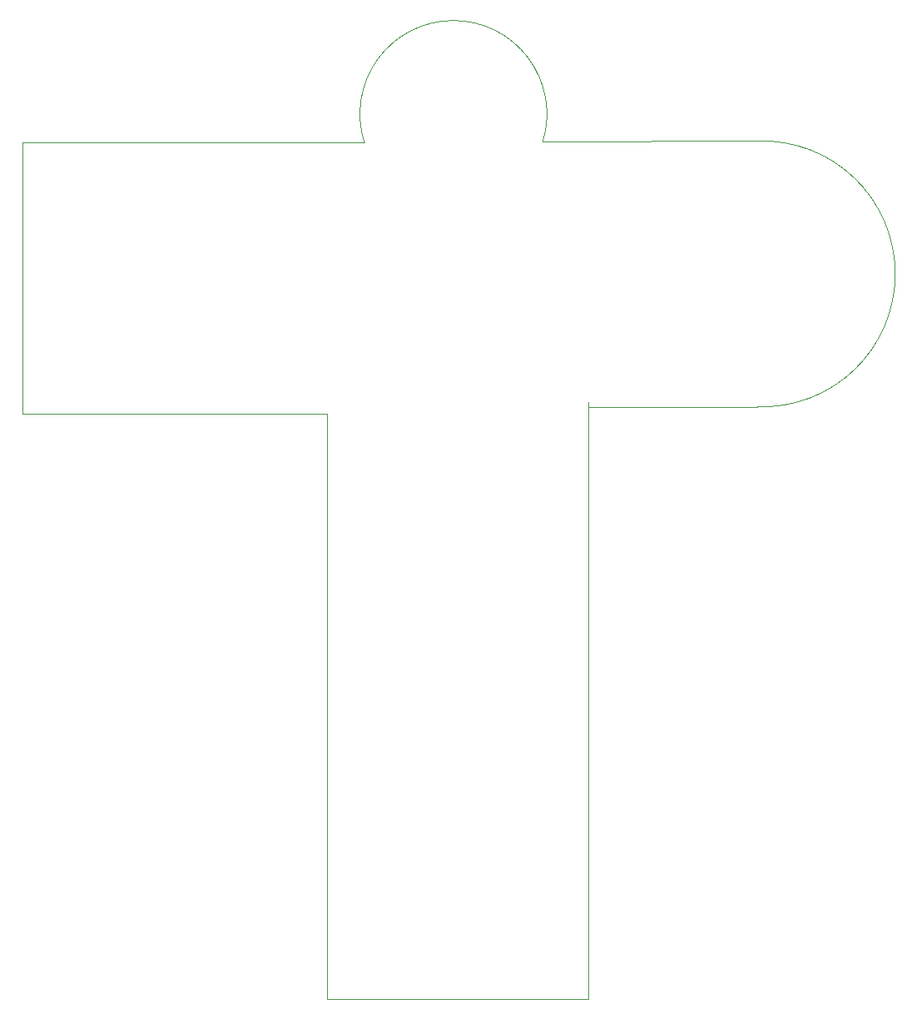
<source format=gbr>
%TF.GenerationSoftware,KiCad,Pcbnew,9.0.1*%
%TF.CreationDate,2025-04-25T03:06:48-06:00*%
%TF.ProjectId,Now were talkin,4e6f7720-7765-4726-9520-74616c6b696e,rev?*%
%TF.SameCoordinates,Original*%
%TF.FileFunction,Profile,NP*%
%FSLAX46Y46*%
G04 Gerber Fmt 4.6, Leading zero omitted, Abs format (unit mm)*
G04 Created by KiCad (PCBNEW 9.0.1) date 2025-04-25 03:06:48*
%MOMM*%
%LPD*%
G01*
G04 APERTURE LIST*
%TA.AperFunction,Profile*%
%ADD10C,0.050000*%
%TD*%
G04 APERTURE END LIST*
D10*
X182857292Y-180500000D02*
X156245057Y-180500000D01*
X200072711Y-93208878D02*
G75*
G02*
X200072369Y-120227369I499999J-13509252D01*
G01*
X125249885Y-120956808D02*
X125249885Y-93344898D01*
X160070028Y-93342542D02*
G75*
G02*
X178244164Y-93218131I9067802J2876622D01*
G01*
X156245057Y-120956808D02*
X125249885Y-120956808D01*
X200072711Y-93208878D02*
X178244166Y-93218132D01*
X182857292Y-119727378D02*
X182857292Y-180500000D01*
X156245057Y-180500000D02*
X156245057Y-120956808D01*
X200072369Y-120227378D02*
X182857292Y-120227378D01*
X125249885Y-93344898D02*
X160070029Y-93342542D01*
M02*

</source>
